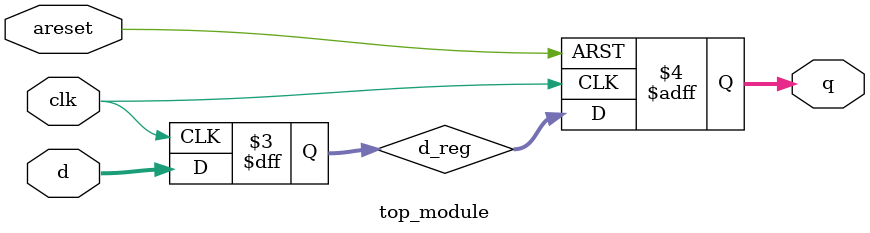
<source format=v>
module top_module (
    input clk,
    input areset,   // active high asynchronous reset
    input [7:0] d,
    output [7:0] q
);

    reg [7:0] q;
    reg [7:0] d_reg;

    always @(posedge clk or posedge areset) begin
        if (areset) begin
            q <= 8'h0;
        end else begin
            q <= d_reg;
        end
    end

    always @(posedge clk) begin
        d_reg <= d;
    end

endmodule
</source>
